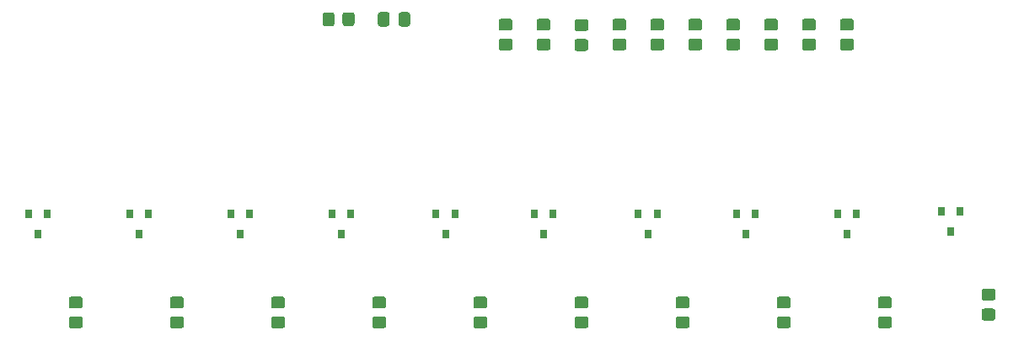
<source format=gbr>
%TF.GenerationSoftware,KiCad,Pcbnew,(5.1.9)-1*%
%TF.CreationDate,2021-03-17T19:06:28+01:00*%
%TF.ProjectId,Nvum_CNC_expander,4e76756d-5f43-44e4-935f-657870616e64,1*%
%TF.SameCoordinates,Original*%
%TF.FileFunction,Paste,Bot*%
%TF.FilePolarity,Positive*%
%FSLAX46Y46*%
G04 Gerber Fmt 4.6, Leading zero omitted, Abs format (unit mm)*
G04 Created by KiCad (PCBNEW (5.1.9)-1) date 2021-03-17 19:06:28*
%MOMM*%
%LPD*%
G01*
G04 APERTURE LIST*
%ADD10R,0.800000X0.900000*%
G04 APERTURE END LIST*
%TO.C,C1*%
G36*
G01*
X66627500Y-61755000D02*
X66627500Y-62705000D01*
G75*
G02*
X66377500Y-62955000I-250000J0D01*
G01*
X65702500Y-62955000D01*
G75*
G02*
X65452500Y-62705000I0J250000D01*
G01*
X65452500Y-61755000D01*
G75*
G02*
X65702500Y-61505000I250000J0D01*
G01*
X66377500Y-61505000D01*
G75*
G02*
X66627500Y-61755000I0J-250000D01*
G01*
G37*
G36*
G01*
X64552500Y-61755000D02*
X64552500Y-62705000D01*
G75*
G02*
X64302500Y-62955000I-250000J0D01*
G01*
X63627500Y-62955000D01*
G75*
G02*
X63377500Y-62705000I0J250000D01*
G01*
X63377500Y-61755000D01*
G75*
G02*
X63627500Y-61505000I250000J0D01*
G01*
X64302500Y-61505000D01*
G75*
G02*
X64552500Y-61755000I0J-250000D01*
G01*
G37*
%TD*%
D10*
%TO.C,Q1*%
X120904000Y-83566000D03*
X121854000Y-81566000D03*
X119954000Y-81566000D03*
%TD*%
%TO.C,Q2*%
X109540000Y-81820000D03*
X111440000Y-81820000D03*
X110490000Y-83820000D03*
%TD*%
%TO.C,Q3*%
X100330000Y-83820000D03*
X101280000Y-81820000D03*
X99380000Y-81820000D03*
%TD*%
%TO.C,Q4*%
X89540000Y-81820000D03*
X91440000Y-81820000D03*
X90490000Y-83820000D03*
%TD*%
%TO.C,Q5*%
X79060000Y-81820000D03*
X80960000Y-81820000D03*
X80010000Y-83820000D03*
%TD*%
%TO.C,Q6*%
X70170000Y-83820000D03*
X71120000Y-81820000D03*
X69220000Y-81820000D03*
%TD*%
%TO.C,Q7*%
X59690000Y-83820000D03*
X60640000Y-81820000D03*
X58740000Y-81820000D03*
%TD*%
%TO.C,Q8*%
X49530000Y-83820000D03*
X50480000Y-81820000D03*
X48580000Y-81820000D03*
%TD*%
%TO.C,Q9*%
X38420000Y-81820000D03*
X40320000Y-81820000D03*
X39370000Y-83820000D03*
%TD*%
%TO.C,Q10*%
X28260000Y-81820000D03*
X30160000Y-81820000D03*
X29210000Y-83820000D03*
%TD*%
%TO.C,R6*%
G36*
G01*
X124263999Y-89316000D02*
X125164001Y-89316000D01*
G75*
G02*
X125414000Y-89565999I0J-249999D01*
G01*
X125414000Y-90266001D01*
G75*
G02*
X125164001Y-90516000I-249999J0D01*
G01*
X124263999Y-90516000D01*
G75*
G02*
X124014000Y-90266001I0J249999D01*
G01*
X124014000Y-89565999D01*
G75*
G02*
X124263999Y-89316000I249999J0D01*
G01*
G37*
G36*
G01*
X124263999Y-91316000D02*
X125164001Y-91316000D01*
G75*
G02*
X125414000Y-91565999I0J-249999D01*
G01*
X125414000Y-92266001D01*
G75*
G02*
X125164001Y-92516000I-249999J0D01*
G01*
X124263999Y-92516000D01*
G75*
G02*
X124014000Y-92266001I0J249999D01*
G01*
X124014000Y-91565999D01*
G75*
G02*
X124263999Y-91316000I249999J0D01*
G01*
G37*
%TD*%
%TO.C,R7*%
G36*
G01*
X113849999Y-90110000D02*
X114750001Y-90110000D01*
G75*
G02*
X115000000Y-90359999I0J-249999D01*
G01*
X115000000Y-91060001D01*
G75*
G02*
X114750001Y-91310000I-249999J0D01*
G01*
X113849999Y-91310000D01*
G75*
G02*
X113600000Y-91060001I0J249999D01*
G01*
X113600000Y-90359999D01*
G75*
G02*
X113849999Y-90110000I249999J0D01*
G01*
G37*
G36*
G01*
X113849999Y-92110000D02*
X114750001Y-92110000D01*
G75*
G02*
X115000000Y-92359999I0J-249999D01*
G01*
X115000000Y-93060001D01*
G75*
G02*
X114750001Y-93310000I-249999J0D01*
G01*
X113849999Y-93310000D01*
G75*
G02*
X113600000Y-93060001I0J249999D01*
G01*
X113600000Y-92359999D01*
G75*
G02*
X113849999Y-92110000I249999J0D01*
G01*
G37*
%TD*%
%TO.C,R8*%
G36*
G01*
X103689999Y-92110000D02*
X104590001Y-92110000D01*
G75*
G02*
X104840000Y-92359999I0J-249999D01*
G01*
X104840000Y-93060001D01*
G75*
G02*
X104590001Y-93310000I-249999J0D01*
G01*
X103689999Y-93310000D01*
G75*
G02*
X103440000Y-93060001I0J249999D01*
G01*
X103440000Y-92359999D01*
G75*
G02*
X103689999Y-92110000I249999J0D01*
G01*
G37*
G36*
G01*
X103689999Y-90110000D02*
X104590001Y-90110000D01*
G75*
G02*
X104840000Y-90359999I0J-249999D01*
G01*
X104840000Y-91060001D01*
G75*
G02*
X104590001Y-91310000I-249999J0D01*
G01*
X103689999Y-91310000D01*
G75*
G02*
X103440000Y-91060001I0J249999D01*
G01*
X103440000Y-90359999D01*
G75*
G02*
X103689999Y-90110000I249999J0D01*
G01*
G37*
%TD*%
%TO.C,R9*%
G36*
G01*
X93529999Y-90110000D02*
X94430001Y-90110000D01*
G75*
G02*
X94680000Y-90359999I0J-249999D01*
G01*
X94680000Y-91060001D01*
G75*
G02*
X94430001Y-91310000I-249999J0D01*
G01*
X93529999Y-91310000D01*
G75*
G02*
X93280000Y-91060001I0J249999D01*
G01*
X93280000Y-90359999D01*
G75*
G02*
X93529999Y-90110000I249999J0D01*
G01*
G37*
G36*
G01*
X93529999Y-92110000D02*
X94430001Y-92110000D01*
G75*
G02*
X94680000Y-92359999I0J-249999D01*
G01*
X94680000Y-93060001D01*
G75*
G02*
X94430001Y-93310000I-249999J0D01*
G01*
X93529999Y-93310000D01*
G75*
G02*
X93280000Y-93060001I0J249999D01*
G01*
X93280000Y-92359999D01*
G75*
G02*
X93529999Y-92110000I249999J0D01*
G01*
G37*
%TD*%
%TO.C,R10*%
G36*
G01*
X83369999Y-90110000D02*
X84270001Y-90110000D01*
G75*
G02*
X84520000Y-90359999I0J-249999D01*
G01*
X84520000Y-91060001D01*
G75*
G02*
X84270001Y-91310000I-249999J0D01*
G01*
X83369999Y-91310000D01*
G75*
G02*
X83120000Y-91060001I0J249999D01*
G01*
X83120000Y-90359999D01*
G75*
G02*
X83369999Y-90110000I249999J0D01*
G01*
G37*
G36*
G01*
X83369999Y-92110000D02*
X84270001Y-92110000D01*
G75*
G02*
X84520000Y-92359999I0J-249999D01*
G01*
X84520000Y-93060001D01*
G75*
G02*
X84270001Y-93310000I-249999J0D01*
G01*
X83369999Y-93310000D01*
G75*
G02*
X83120000Y-93060001I0J249999D01*
G01*
X83120000Y-92359999D01*
G75*
G02*
X83369999Y-92110000I249999J0D01*
G01*
G37*
%TD*%
%TO.C,R16*%
G36*
G01*
X73209999Y-92110000D02*
X74110001Y-92110000D01*
G75*
G02*
X74360000Y-92359999I0J-249999D01*
G01*
X74360000Y-93060001D01*
G75*
G02*
X74110001Y-93310000I-249999J0D01*
G01*
X73209999Y-93310000D01*
G75*
G02*
X72960000Y-93060001I0J249999D01*
G01*
X72960000Y-92359999D01*
G75*
G02*
X73209999Y-92110000I249999J0D01*
G01*
G37*
G36*
G01*
X73209999Y-90110000D02*
X74110001Y-90110000D01*
G75*
G02*
X74360000Y-90359999I0J-249999D01*
G01*
X74360000Y-91060001D01*
G75*
G02*
X74110001Y-91310000I-249999J0D01*
G01*
X73209999Y-91310000D01*
G75*
G02*
X72960000Y-91060001I0J249999D01*
G01*
X72960000Y-90359999D01*
G75*
G02*
X73209999Y-90110000I249999J0D01*
G01*
G37*
%TD*%
%TO.C,R17*%
G36*
G01*
X63049999Y-90110000D02*
X63950001Y-90110000D01*
G75*
G02*
X64200000Y-90359999I0J-249999D01*
G01*
X64200000Y-91060001D01*
G75*
G02*
X63950001Y-91310000I-249999J0D01*
G01*
X63049999Y-91310000D01*
G75*
G02*
X62800000Y-91060001I0J249999D01*
G01*
X62800000Y-90359999D01*
G75*
G02*
X63049999Y-90110000I249999J0D01*
G01*
G37*
G36*
G01*
X63049999Y-92110000D02*
X63950001Y-92110000D01*
G75*
G02*
X64200000Y-92359999I0J-249999D01*
G01*
X64200000Y-93060001D01*
G75*
G02*
X63950001Y-93310000I-249999J0D01*
G01*
X63049999Y-93310000D01*
G75*
G02*
X62800000Y-93060001I0J249999D01*
G01*
X62800000Y-92359999D01*
G75*
G02*
X63049999Y-92110000I249999J0D01*
G01*
G37*
%TD*%
%TO.C,R18*%
G36*
G01*
X52889999Y-92110000D02*
X53790001Y-92110000D01*
G75*
G02*
X54040000Y-92359999I0J-249999D01*
G01*
X54040000Y-93060001D01*
G75*
G02*
X53790001Y-93310000I-249999J0D01*
G01*
X52889999Y-93310000D01*
G75*
G02*
X52640000Y-93060001I0J249999D01*
G01*
X52640000Y-92359999D01*
G75*
G02*
X52889999Y-92110000I249999J0D01*
G01*
G37*
G36*
G01*
X52889999Y-90110000D02*
X53790001Y-90110000D01*
G75*
G02*
X54040000Y-90359999I0J-249999D01*
G01*
X54040000Y-91060001D01*
G75*
G02*
X53790001Y-91310000I-249999J0D01*
G01*
X52889999Y-91310000D01*
G75*
G02*
X52640000Y-91060001I0J249999D01*
G01*
X52640000Y-90359999D01*
G75*
G02*
X52889999Y-90110000I249999J0D01*
G01*
G37*
%TD*%
%TO.C,R19*%
G36*
G01*
X42729999Y-92110000D02*
X43630001Y-92110000D01*
G75*
G02*
X43880000Y-92359999I0J-249999D01*
G01*
X43880000Y-93060001D01*
G75*
G02*
X43630001Y-93310000I-249999J0D01*
G01*
X42729999Y-93310000D01*
G75*
G02*
X42480000Y-93060001I0J249999D01*
G01*
X42480000Y-92359999D01*
G75*
G02*
X42729999Y-92110000I249999J0D01*
G01*
G37*
G36*
G01*
X42729999Y-90110000D02*
X43630001Y-90110000D01*
G75*
G02*
X43880000Y-90359999I0J-249999D01*
G01*
X43880000Y-91060001D01*
G75*
G02*
X43630001Y-91310000I-249999J0D01*
G01*
X42729999Y-91310000D01*
G75*
G02*
X42480000Y-91060001I0J249999D01*
G01*
X42480000Y-90359999D01*
G75*
G02*
X42729999Y-90110000I249999J0D01*
G01*
G37*
%TD*%
%TO.C,R20*%
G36*
G01*
X32569999Y-92110000D02*
X33470001Y-92110000D01*
G75*
G02*
X33720000Y-92359999I0J-249999D01*
G01*
X33720000Y-93060001D01*
G75*
G02*
X33470001Y-93310000I-249999J0D01*
G01*
X32569999Y-93310000D01*
G75*
G02*
X32320000Y-93060001I0J249999D01*
G01*
X32320000Y-92359999D01*
G75*
G02*
X32569999Y-92110000I249999J0D01*
G01*
G37*
G36*
G01*
X32569999Y-90110000D02*
X33470001Y-90110000D01*
G75*
G02*
X33720000Y-90359999I0J-249999D01*
G01*
X33720000Y-91060001D01*
G75*
G02*
X33470001Y-91310000I-249999J0D01*
G01*
X32569999Y-91310000D01*
G75*
G02*
X32320000Y-91060001I0J249999D01*
G01*
X32320000Y-90359999D01*
G75*
G02*
X32569999Y-90110000I249999J0D01*
G01*
G37*
%TD*%
%TO.C,R31*%
G36*
G01*
X110039999Y-62170000D02*
X110940001Y-62170000D01*
G75*
G02*
X111190000Y-62419999I0J-249999D01*
G01*
X111190000Y-63120001D01*
G75*
G02*
X110940001Y-63370000I-249999J0D01*
G01*
X110039999Y-63370000D01*
G75*
G02*
X109790000Y-63120001I0J249999D01*
G01*
X109790000Y-62419999D01*
G75*
G02*
X110039999Y-62170000I249999J0D01*
G01*
G37*
G36*
G01*
X110039999Y-64170000D02*
X110940001Y-64170000D01*
G75*
G02*
X111190000Y-64419999I0J-249999D01*
G01*
X111190000Y-65120001D01*
G75*
G02*
X110940001Y-65370000I-249999J0D01*
G01*
X110039999Y-65370000D01*
G75*
G02*
X109790000Y-65120001I0J249999D01*
G01*
X109790000Y-64419999D01*
G75*
G02*
X110039999Y-64170000I249999J0D01*
G01*
G37*
%TD*%
%TO.C,R32*%
G36*
G01*
X106229999Y-64170000D02*
X107130001Y-64170000D01*
G75*
G02*
X107380000Y-64419999I0J-249999D01*
G01*
X107380000Y-65120001D01*
G75*
G02*
X107130001Y-65370000I-249999J0D01*
G01*
X106229999Y-65370000D01*
G75*
G02*
X105980000Y-65120001I0J249999D01*
G01*
X105980000Y-64419999D01*
G75*
G02*
X106229999Y-64170000I249999J0D01*
G01*
G37*
G36*
G01*
X106229999Y-62170000D02*
X107130001Y-62170000D01*
G75*
G02*
X107380000Y-62419999I0J-249999D01*
G01*
X107380000Y-63120001D01*
G75*
G02*
X107130001Y-63370000I-249999J0D01*
G01*
X106229999Y-63370000D01*
G75*
G02*
X105980000Y-63120001I0J249999D01*
G01*
X105980000Y-62419999D01*
G75*
G02*
X106229999Y-62170000I249999J0D01*
G01*
G37*
%TD*%
%TO.C,R33*%
G36*
G01*
X102419999Y-62170000D02*
X103320001Y-62170000D01*
G75*
G02*
X103570000Y-62419999I0J-249999D01*
G01*
X103570000Y-63120001D01*
G75*
G02*
X103320001Y-63370000I-249999J0D01*
G01*
X102419999Y-63370000D01*
G75*
G02*
X102170000Y-63120001I0J249999D01*
G01*
X102170000Y-62419999D01*
G75*
G02*
X102419999Y-62170000I249999J0D01*
G01*
G37*
G36*
G01*
X102419999Y-64170000D02*
X103320001Y-64170000D01*
G75*
G02*
X103570000Y-64419999I0J-249999D01*
G01*
X103570000Y-65120001D01*
G75*
G02*
X103320001Y-65370000I-249999J0D01*
G01*
X102419999Y-65370000D01*
G75*
G02*
X102170000Y-65120001I0J249999D01*
G01*
X102170000Y-64419999D01*
G75*
G02*
X102419999Y-64170000I249999J0D01*
G01*
G37*
%TD*%
%TO.C,R34*%
G36*
G01*
X98609999Y-64170000D02*
X99510001Y-64170000D01*
G75*
G02*
X99760000Y-64419999I0J-249999D01*
G01*
X99760000Y-65120001D01*
G75*
G02*
X99510001Y-65370000I-249999J0D01*
G01*
X98609999Y-65370000D01*
G75*
G02*
X98360000Y-65120001I0J249999D01*
G01*
X98360000Y-64419999D01*
G75*
G02*
X98609999Y-64170000I249999J0D01*
G01*
G37*
G36*
G01*
X98609999Y-62170000D02*
X99510001Y-62170000D01*
G75*
G02*
X99760000Y-62419999I0J-249999D01*
G01*
X99760000Y-63120001D01*
G75*
G02*
X99510001Y-63370000I-249999J0D01*
G01*
X98609999Y-63370000D01*
G75*
G02*
X98360000Y-63120001I0J249999D01*
G01*
X98360000Y-62419999D01*
G75*
G02*
X98609999Y-62170000I249999J0D01*
G01*
G37*
%TD*%
%TO.C,R35*%
G36*
G01*
X94799999Y-62170000D02*
X95700001Y-62170000D01*
G75*
G02*
X95950000Y-62419999I0J-249999D01*
G01*
X95950000Y-63120001D01*
G75*
G02*
X95700001Y-63370000I-249999J0D01*
G01*
X94799999Y-63370000D01*
G75*
G02*
X94550000Y-63120001I0J249999D01*
G01*
X94550000Y-62419999D01*
G75*
G02*
X94799999Y-62170000I249999J0D01*
G01*
G37*
G36*
G01*
X94799999Y-64170000D02*
X95700001Y-64170000D01*
G75*
G02*
X95950000Y-64419999I0J-249999D01*
G01*
X95950000Y-65120001D01*
G75*
G02*
X95700001Y-65370000I-249999J0D01*
G01*
X94799999Y-65370000D01*
G75*
G02*
X94550000Y-65120001I0J249999D01*
G01*
X94550000Y-64419999D01*
G75*
G02*
X94799999Y-64170000I249999J0D01*
G01*
G37*
%TD*%
%TO.C,R36*%
G36*
G01*
X90989999Y-62170000D02*
X91890001Y-62170000D01*
G75*
G02*
X92140000Y-62419999I0J-249999D01*
G01*
X92140000Y-63120001D01*
G75*
G02*
X91890001Y-63370000I-249999J0D01*
G01*
X90989999Y-63370000D01*
G75*
G02*
X90740000Y-63120001I0J249999D01*
G01*
X90740000Y-62419999D01*
G75*
G02*
X90989999Y-62170000I249999J0D01*
G01*
G37*
G36*
G01*
X90989999Y-64170000D02*
X91890001Y-64170000D01*
G75*
G02*
X92140000Y-64419999I0J-249999D01*
G01*
X92140000Y-65120001D01*
G75*
G02*
X91890001Y-65370000I-249999J0D01*
G01*
X90989999Y-65370000D01*
G75*
G02*
X90740000Y-65120001I0J249999D01*
G01*
X90740000Y-64419999D01*
G75*
G02*
X90989999Y-64170000I249999J0D01*
G01*
G37*
%TD*%
%TO.C,R37*%
G36*
G01*
X87179999Y-64170000D02*
X88080001Y-64170000D01*
G75*
G02*
X88330000Y-64419999I0J-249999D01*
G01*
X88330000Y-65120001D01*
G75*
G02*
X88080001Y-65370000I-249999J0D01*
G01*
X87179999Y-65370000D01*
G75*
G02*
X86930000Y-65120001I0J249999D01*
G01*
X86930000Y-64419999D01*
G75*
G02*
X87179999Y-64170000I249999J0D01*
G01*
G37*
G36*
G01*
X87179999Y-62170000D02*
X88080001Y-62170000D01*
G75*
G02*
X88330000Y-62419999I0J-249999D01*
G01*
X88330000Y-63120001D01*
G75*
G02*
X88080001Y-63370000I-249999J0D01*
G01*
X87179999Y-63370000D01*
G75*
G02*
X86930000Y-63120001I0J249999D01*
G01*
X86930000Y-62419999D01*
G75*
G02*
X87179999Y-62170000I249999J0D01*
G01*
G37*
%TD*%
%TO.C,R38*%
G36*
G01*
X83369999Y-62215001D02*
X84270001Y-62215001D01*
G75*
G02*
X84520000Y-62465000I0J-249999D01*
G01*
X84520000Y-63165002D01*
G75*
G02*
X84270001Y-63415001I-249999J0D01*
G01*
X83369999Y-63415001D01*
G75*
G02*
X83120000Y-63165002I0J249999D01*
G01*
X83120000Y-62465000D01*
G75*
G02*
X83369999Y-62215001I249999J0D01*
G01*
G37*
G36*
G01*
X83369999Y-64215001D02*
X84270001Y-64215001D01*
G75*
G02*
X84520000Y-64465000I0J-249999D01*
G01*
X84520000Y-65165002D01*
G75*
G02*
X84270001Y-65415001I-249999J0D01*
G01*
X83369999Y-65415001D01*
G75*
G02*
X83120000Y-65165002I0J249999D01*
G01*
X83120000Y-64465000D01*
G75*
G02*
X83369999Y-64215001I249999J0D01*
G01*
G37*
%TD*%
%TO.C,R39*%
G36*
G01*
X79559999Y-64170000D02*
X80460001Y-64170000D01*
G75*
G02*
X80710000Y-64419999I0J-249999D01*
G01*
X80710000Y-65120001D01*
G75*
G02*
X80460001Y-65370000I-249999J0D01*
G01*
X79559999Y-65370000D01*
G75*
G02*
X79310000Y-65120001I0J249999D01*
G01*
X79310000Y-64419999D01*
G75*
G02*
X79559999Y-64170000I249999J0D01*
G01*
G37*
G36*
G01*
X79559999Y-62170000D02*
X80460001Y-62170000D01*
G75*
G02*
X80710000Y-62419999I0J-249999D01*
G01*
X80710000Y-63120001D01*
G75*
G02*
X80460001Y-63370000I-249999J0D01*
G01*
X79559999Y-63370000D01*
G75*
G02*
X79310000Y-63120001I0J249999D01*
G01*
X79310000Y-62419999D01*
G75*
G02*
X79559999Y-62170000I249999J0D01*
G01*
G37*
%TD*%
%TO.C,R40*%
G36*
G01*
X75749999Y-62170000D02*
X76650001Y-62170000D01*
G75*
G02*
X76900000Y-62419999I0J-249999D01*
G01*
X76900000Y-63120001D01*
G75*
G02*
X76650001Y-63370000I-249999J0D01*
G01*
X75749999Y-63370000D01*
G75*
G02*
X75500000Y-63120001I0J249999D01*
G01*
X75500000Y-62419999D01*
G75*
G02*
X75749999Y-62170000I249999J0D01*
G01*
G37*
G36*
G01*
X75749999Y-64170000D02*
X76650001Y-64170000D01*
G75*
G02*
X76900000Y-64419999I0J-249999D01*
G01*
X76900000Y-65120001D01*
G75*
G02*
X76650001Y-65370000I-249999J0D01*
G01*
X75749999Y-65370000D01*
G75*
G02*
X75500000Y-65120001I0J249999D01*
G01*
X75500000Y-64419999D01*
G75*
G02*
X75749999Y-64170000I249999J0D01*
G01*
G37*
%TD*%
%TO.C,R41*%
G36*
G01*
X59020000Y-61779999D02*
X59020000Y-62680001D01*
G75*
G02*
X58770001Y-62930000I-249999J0D01*
G01*
X58069999Y-62930000D01*
G75*
G02*
X57820000Y-62680001I0J249999D01*
G01*
X57820000Y-61779999D01*
G75*
G02*
X58069999Y-61530000I249999J0D01*
G01*
X58770001Y-61530000D01*
G75*
G02*
X59020000Y-61779999I0J-249999D01*
G01*
G37*
G36*
G01*
X61020000Y-61779999D02*
X61020000Y-62680001D01*
G75*
G02*
X60770001Y-62930000I-249999J0D01*
G01*
X60069999Y-62930000D01*
G75*
G02*
X59820000Y-62680001I0J249999D01*
G01*
X59820000Y-61779999D01*
G75*
G02*
X60069999Y-61530000I249999J0D01*
G01*
X60770001Y-61530000D01*
G75*
G02*
X61020000Y-61779999I0J-249999D01*
G01*
G37*
%TD*%
M02*

</source>
